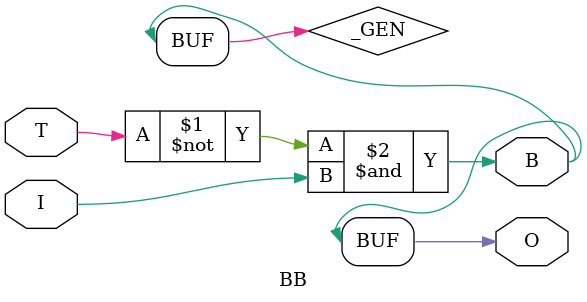
<source format=v>
module BB(	// file.cleaned.mlir:2:3
  input  I,	// file.cleaned.mlir:2:20
         T,	// file.cleaned.mlir:2:32
  output O,	// file.cleaned.mlir:2:45
         B	// file.cleaned.mlir:2:57
);

  wire _GEN = ~T & I;	// file.cleaned.mlir:4:10, :5:10
  assign O = _GEN;	// file.cleaned.mlir:5:10, :6:5
  assign B = _GEN;	// file.cleaned.mlir:5:10, :6:5
endmodule


</source>
